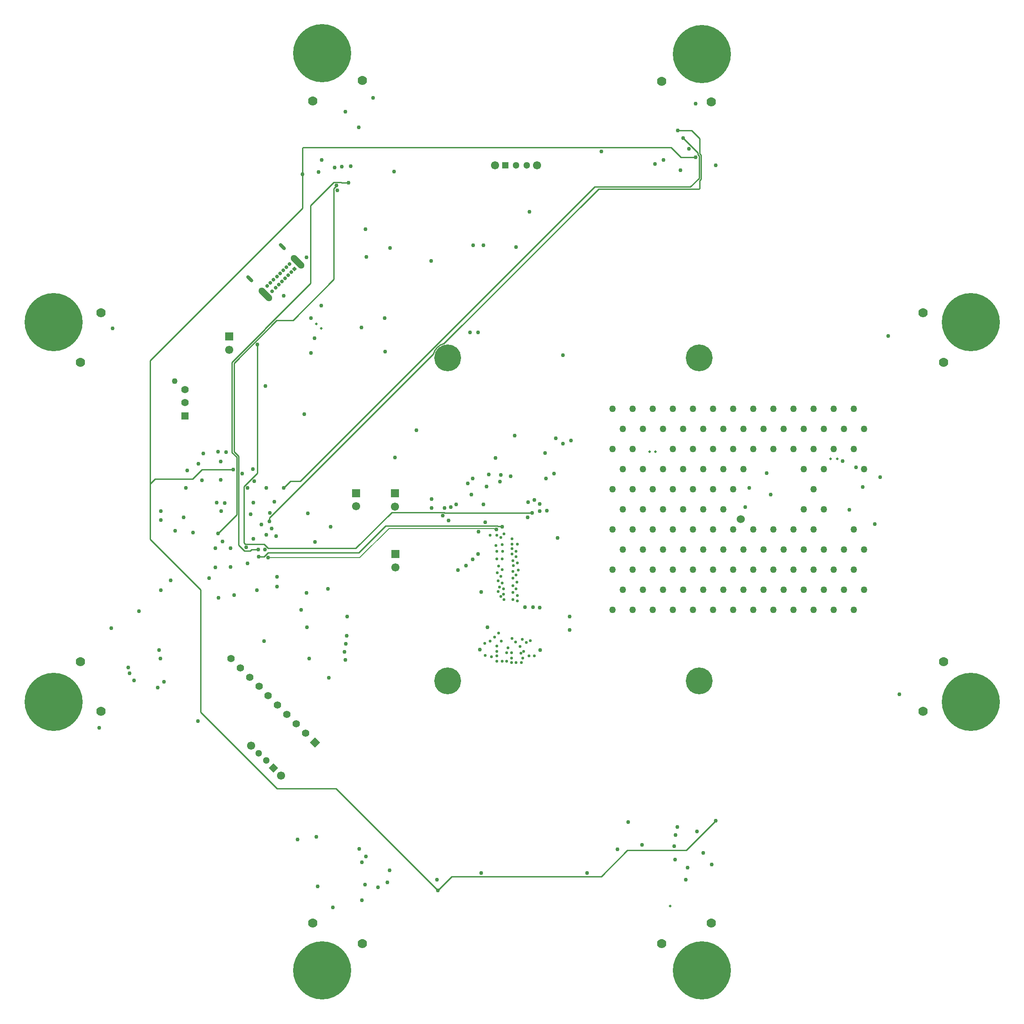
<source format=gbr>
G04*
G04 #@! TF.GenerationSoftware,Altium Limited,Altium Designer,25.8.1 (18)*
G04*
G04 Layer_Physical_Order=5*
G04 Layer_Color=16440176*
%FSLAX44Y44*%
%MOMM*%
G71*
G04*
G04 #@! TF.SameCoordinates,1712F0CB-3B61-41A3-BC14-C9FE2E182D8B*
G04*
G04*
G04 #@! TF.FilePolarity,Positive*
G04*
G01*
G75*
%ADD14C,0.1270*%
%ADD15C,0.2540*%
G04:AMPARAMS|DCode=117|XSize=1.3mm|YSize=3.2mm|CornerRadius=0.65mm|HoleSize=0mm|Usage=FLASHONLY|Rotation=225.000|XOffset=0mm|YOffset=0mm|HoleType=Round|Shape=RoundedRectangle|*
%AMROUNDEDRECTD117*
21,1,1.3000,1.9000,0,0,225.0*
21,1,0.0000,3.2000,0,0,225.0*
1,1,1.3000,-0.6718,0.6718*
1,1,1.3000,-0.6718,0.6718*
1,1,1.3000,0.6718,-0.6718*
1,1,1.3000,0.6718,-0.6718*
%
%ADD117ROUNDEDRECTD117*%
%ADD118C,0.7000*%
G04:AMPARAMS|DCode=119|XSize=0.7mm|YSize=1.6mm|CornerRadius=0.35mm|HoleSize=0mm|Usage=FLASHONLY|Rotation=225.000|XOffset=0mm|YOffset=0mm|HoleType=Round|Shape=RoundedRectangle|*
%AMROUNDEDRECTD119*
21,1,0.7000,0.9000,0,0,225.0*
21,1,0.0000,1.6000,0,0,225.0*
1,1,0.7000,-0.3182,0.3182*
1,1,0.7000,-0.3182,0.3182*
1,1,0.7000,0.3182,-0.3182*
1,1,0.7000,0.3182,-0.3182*
%
%ADD119ROUNDEDRECTD119*%
%ADD120P,0.9900X4X270.0*%
%ADD121C,1.5500*%
%ADD122C,1.3000*%
%ADD123R,1.4000X1.4000*%
%ADD124C,1.4000*%
%ADD125P,1.8385X4X180.0*%
%ADD127P,1.9799X4X360.0*%
%ADD128R,1.3000X1.3000*%
%ADD129R,1.5500X1.5500*%
%ADD130C,1.1000*%
%ADD141C,5.0800*%
%ADD142C,0.7620*%
%ADD143C,11.0000*%
%ADD144C,1.7780*%
%ADD145C,1.2700*%
%ADD146C,0.5080*%
%ADD147C,1.5240*%
%ADD148C,0.5334*%
D14*
X947837Y1640128D02*
X1147389D01*
X1149475Y1638042D02*
X1151193D01*
X1147389Y1640128D02*
X1149475Y1638042D01*
X718820Y1584960D02*
X892669D01*
X947837Y1640128D01*
D15*
X1051852Y1990382D02*
G03*
X1032218Y1970748I7328J-26962D01*
G01*
X1344930Y2283460D02*
X1535430D01*
X1051852Y1990382D02*
X1344930Y2283460D01*
X721360Y1659890D02*
X1032218Y1970748D01*
X721360Y1653540D02*
Y1659890D01*
X1337310Y2287270D02*
X1518920D01*
X760730Y1729740D02*
X779780D01*
X748030Y1717040D02*
X760730Y1729740D01*
X779780D02*
X1337310Y2287270D01*
X1154430Y1643785D02*
X1161645D01*
X1153165Y1645050D02*
X1154430Y1643785D01*
X941470Y1645050D02*
X1153165D01*
X1161645Y1643785D02*
X1162050Y1643380D01*
X1053530Y1669392D02*
X1218823D01*
X1219238Y1669806D01*
X623570Y1630680D02*
X659130Y1666240D01*
Y1775152D01*
X650240Y1784042D02*
X659130Y1775152D01*
X650240Y1784042D02*
Y1954928D01*
X712470Y2017158D01*
Y2018030D01*
X798875Y2104435D01*
Y2251755D01*
X843370Y2296250D01*
X857152D01*
X858513Y2294890D01*
X871220D01*
X593090Y1751330D02*
X652780D01*
X662940Y1609000D02*
X674280Y1597660D01*
X662940Y1609000D02*
Y1776730D01*
X495300Y1724660D02*
Y1958340D01*
X783590Y2246630D01*
X504190Y1733550D02*
X575310D01*
X593090Y1751330D01*
X495300Y1724660D02*
X504190Y1733550D01*
X654050Y1785620D02*
Y1953350D01*
Y1785620D02*
X662940Y1776730D01*
X654050Y1953350D02*
X735240Y2034540D01*
X765810D01*
X843280Y2112010D01*
Y2284294D01*
X687607Y1600200D02*
X699770D01*
X685068Y1597660D02*
X687607Y1600200D01*
X674280Y1597660D02*
X685068D01*
X843280Y2284294D02*
X848450Y2289465D01*
Y2289900D01*
X783590Y2246630D02*
Y2311400D01*
X1518920Y2287270D02*
X1535430Y2303780D01*
Y2345780D01*
X1532890Y2348320D02*
X1535430Y2345780D01*
X1532890Y2348320D02*
Y2352130D01*
X1505040Y2379980D02*
X1532890Y2352130D01*
X1504950Y2379980D02*
X1505040D01*
X1539240Y2302202D02*
Y2347358D01*
X1535430Y2283460D02*
X1536700Y2284730D01*
Y2299662D01*
X1539240Y2302202D01*
X1536700Y2349898D02*
X1539240Y2347358D01*
X1536700Y2349898D02*
Y2378710D01*
X1494835Y2393905D02*
Y2393950D01*
X1521460D01*
X1536700Y2378710D01*
X673100Y1719670D02*
X698500Y1745070D01*
Y1988820D01*
X673100Y1613118D02*
Y1719670D01*
Y1613118D02*
X675858Y1610360D01*
X711290D01*
X719128Y1602522D01*
X884972D01*
X953004Y1670554D01*
X1052369D01*
X1053530Y1669392D01*
X711110Y1586230D02*
X718730Y1593850D01*
X890270D01*
X941470Y1645050D01*
X701040Y1586230D02*
X711110D01*
X783590Y2311400D02*
Y2360712D01*
X785078Y2362200D01*
X1482090D01*
X1501140Y2343150D01*
X1529080D01*
X495300Y1619250D02*
Y1724660D01*
Y1619250D02*
X590550Y1524000D01*
Y1291590D02*
Y1524000D01*
Y1291590D02*
X735330Y1146810D01*
X847090D01*
X1040130Y953770D01*
X1066800Y980440D01*
X1350010D01*
X1399689Y1030119D01*
X1511449D01*
X1567180Y1085850D01*
D117*
X774850Y2145014D02*
D03*
X713756Y2083920D02*
D03*
D118*
X756854Y2119947D02*
D03*
X750844Y2113937D02*
D03*
X744833Y2107926D02*
D03*
X738823Y2101916D02*
D03*
X717256Y2099441D02*
D03*
X723266Y2105452D02*
D03*
X729277Y2111462D02*
D03*
X735287Y2117472D02*
D03*
X741298Y2123483D02*
D03*
X747308Y2129493D02*
D03*
X753318Y2135504D02*
D03*
X759329Y2141514D02*
D03*
X732812Y2095906D02*
D03*
X762864Y2125958D02*
D03*
X726802Y2089895D02*
D03*
D119*
X745505Y2174359D02*
D03*
X684411Y2113265D02*
D03*
D120*
X768875Y2131968D02*
D03*
D121*
X1228720Y2327910D02*
D03*
X1148720D02*
D03*
X645160Y1978660D02*
D03*
X743294Y1171866D02*
D03*
X686726Y1228434D02*
D03*
X885190Y1681880D02*
D03*
X959020Y1681680D02*
D03*
X960120Y1566310D02*
D03*
D122*
X1208720Y2327910D02*
D03*
X1188720D02*
D03*
X700868Y1214292D02*
D03*
X715010Y1200150D02*
D03*
D123*
X561510Y1853330D02*
D03*
D124*
X648416Y1393744D02*
D03*
X789838Y1252322D02*
D03*
X772160Y1270000D02*
D03*
X754482Y1287678D02*
D03*
X736805Y1305355D02*
D03*
X719127Y1323033D02*
D03*
X701449Y1340711D02*
D03*
X683772Y1358388D02*
D03*
X666094Y1376066D02*
D03*
X561510Y1903330D02*
D03*
Y1878330D02*
D03*
D125*
X729152Y1186008D02*
D03*
D127*
X807515Y1234645D02*
D03*
D128*
X1168720Y2327910D02*
D03*
D129*
X645160Y2003660D02*
D03*
X885190Y1706880D02*
D03*
X959020Y1706680D02*
D03*
X960120Y1591310D02*
D03*
D130*
X541510Y1919330D02*
D03*
D141*
X1535430Y1963420D02*
D03*
X1059180D02*
D03*
Y1351280D02*
D03*
X1535430D02*
D03*
D142*
X721950Y1669460D02*
D03*
X1893549Y2004714D02*
D03*
X1819910Y1675130D02*
D03*
X1807513Y1768143D02*
D03*
X1832610Y1755907D02*
D03*
X1529080Y2444750D02*
D03*
X1516380Y2359660D02*
D03*
X1845310Y1718310D02*
D03*
X1671320Y1704340D02*
D03*
X1664015Y1744665D02*
D03*
X1630680Y1717040D02*
D03*
X1350190Y2354580D02*
D03*
X1451610Y2330450D02*
D03*
X1277620Y1968500D02*
D03*
X1188720Y2172970D02*
D03*
X1260727Y1744260D02*
D03*
X1186180Y1816100D02*
D03*
X1623060Y1680210D02*
D03*
X1915160Y1325920D02*
D03*
X1543050Y1024890D02*
D03*
X1488440Y1037590D02*
D03*
X1400810Y1083310D02*
D03*
X1380708Y1032292D02*
D03*
X1510030Y974090D02*
D03*
X1247140Y1673860D02*
D03*
X1267460Y1621790D02*
D03*
X1290320Y1473200D02*
D03*
X1234440Y1409700D02*
D03*
X957580Y2316142D02*
D03*
X1027610Y2147390D02*
D03*
X949960Y2171700D02*
D03*
X865277Y2429917D02*
D03*
X905256Y2154936D02*
D03*
X1137420Y1742088D02*
D03*
X1116766Y2011680D02*
D03*
X1101090D02*
D03*
X999490Y1826260D02*
D03*
X1028700Y1695450D02*
D03*
X940240Y1975290D02*
D03*
X820420Y2338070D02*
D03*
X800100Y1972310D02*
D03*
X787400Y1856740D02*
D03*
X424180Y2019300D02*
D03*
X713740Y1910080D02*
D03*
X628650Y1766570D02*
D03*
X586740Y1762760D02*
D03*
X730250Y1690370D02*
D03*
X715010Y1717040D02*
D03*
X793750Y1668780D02*
D03*
X562610Y1717040D02*
D03*
X621030Y1689100D02*
D03*
X636270Y1688120D02*
D03*
X629920Y1672590D02*
D03*
X1117600Y1634413D02*
D03*
X1134319Y1452878D02*
D03*
X792480Y1452880D02*
D03*
X1120140Y1410480D02*
D03*
X948690Y991870D02*
D03*
X896990Y935620D02*
D03*
X863600Y1405890D02*
D03*
X796290Y1393190D02*
D03*
X734060Y1625600D02*
D03*
X542293Y1635760D02*
D03*
X576580Y1631950D02*
D03*
X690880Y1620520D02*
D03*
X647700Y1567180D02*
D03*
X618490Y1566101D02*
D03*
X774700Y1050290D02*
D03*
X711245Y1426165D02*
D03*
X697837Y1522730D02*
D03*
X515620D02*
D03*
X511804Y1409700D02*
D03*
X421788Y1451400D02*
D03*
X398428Y1262380D02*
D03*
X918063Y2456327D02*
D03*
X521771Y1349811D02*
D03*
X509821Y1338580D02*
D03*
X849630Y2280920D02*
D03*
X690880Y1689100D02*
D03*
X1427480Y1040130D02*
D03*
X1531620Y1065530D02*
D03*
X890270Y2400300D02*
D03*
X810260Y1055370D02*
D03*
X1038860Y974090D02*
D03*
X618490Y1602740D02*
D03*
X558800Y1661160D02*
D03*
X647700Y1602930D02*
D03*
X676910Y1604010D02*
D03*
X679450Y1717040D02*
D03*
X593090Y1731004D02*
D03*
X565150Y1750060D02*
D03*
X685800Y1666939D02*
D03*
X514350Y1393190D02*
D03*
X1107440Y2176780D02*
D03*
X1868170Y1648460D02*
D03*
X628650Y1732280D02*
D03*
X1126490Y2176780D02*
D03*
X959597Y1774190D02*
D03*
X1290320Y1447800D02*
D03*
X1245668Y1734596D02*
D03*
X1878330Y1737360D02*
D03*
X1132419Y1719353D02*
D03*
X1130427Y1652188D02*
D03*
X533865Y1541315D02*
D03*
X814070Y2315210D02*
D03*
X1028700Y1678940D02*
D03*
X1210984Y1661160D02*
D03*
X1567180Y2328360D02*
D03*
X836930Y1643380D02*
D03*
X807720Y1614170D02*
D03*
X1162050Y1643380D02*
D03*
X1151193Y1638042D02*
D03*
X1233170Y1686560D02*
D03*
X1223010Y1694550D02*
D03*
X1219238Y1669806D02*
D03*
X1211624Y1690052D02*
D03*
X1052830Y1678940D02*
D03*
X1126523Y1685313D02*
D03*
X1097503Y1725457D02*
D03*
X1106170Y1734820D02*
D03*
X1149418Y1774121D02*
D03*
X652780Y1751330D02*
D03*
X669290Y1743710D02*
D03*
X871220Y2294890D02*
D03*
X848450Y2289900D02*
D03*
X1504950Y2379980D02*
D03*
X1494835Y2393905D02*
D03*
X903785Y1018540D02*
D03*
X896620Y1007110D02*
D03*
X473710Y1483360D02*
D03*
X453390Y1376680D02*
D03*
X632460Y1615440D02*
D03*
X455930Y1365250D02*
D03*
X654050Y1513840D02*
D03*
X465099Y1352271D02*
D03*
X939800Y2038805D02*
D03*
X902970Y2207260D02*
D03*
X800100Y2038350D02*
D03*
X806450Y2000250D02*
D03*
X748030Y2080688D02*
D03*
X698500Y1988820D02*
D03*
X692150Y1729740D02*
D03*
X689610Y1752600D02*
D03*
X725170Y1639570D02*
D03*
X712470Y1600200D02*
D03*
X718820Y1584960D02*
D03*
X1233170Y1673370D02*
D03*
X1074918Y1685372D02*
D03*
X1040130Y953770D02*
D03*
X1567180Y1085850D02*
D03*
X1529080Y2343150D02*
D03*
X783590Y2311400D02*
D03*
X1499870Y2319020D02*
D03*
X1214120Y2240280D02*
D03*
X858520Y2325370D02*
D03*
X515620Y1656080D02*
D03*
X624840Y1508760D02*
D03*
X515620Y1672590D02*
D03*
X891540Y1032510D02*
D03*
X1122680Y986790D02*
D03*
X844550Y2324100D02*
D03*
X1468120Y2338070D02*
D03*
X1323340Y986790D02*
D03*
X927100Y960120D02*
D03*
X902598Y964828D02*
D03*
X1494590Y1074243D02*
D03*
X1490948Y1059180D02*
D03*
X1103984Y1704354D02*
D03*
X1064988Y1680370D02*
D03*
X1060414Y1654809D02*
D03*
X1049739Y1664204D02*
D03*
X1122874Y1519723D02*
D03*
X1078230Y1560830D02*
D03*
X1093470Y1569904D02*
D03*
X1106170Y1581150D02*
D03*
X1117007Y1591673D02*
D03*
X1178560Y1738996D02*
D03*
X1243330Y1783080D02*
D03*
X1220470Y1490980D02*
D03*
X1205859Y1490758D02*
D03*
X1292860Y1807120D02*
D03*
X1277438Y1800677D02*
D03*
X1263650Y1811020D02*
D03*
X1158240Y1728470D02*
D03*
X1159510Y1741170D02*
D03*
X1233126Y1490218D02*
D03*
X841912Y922118D02*
D03*
X868680Y1473200D02*
D03*
X781050Y1485900D02*
D03*
X833959Y1357199D02*
D03*
X831850Y1525270D02*
D03*
X791210Y1517650D02*
D03*
X864870Y1390650D02*
D03*
X866140Y1421130D02*
D03*
X867410Y1436370D02*
D03*
X585470Y1275080D02*
D03*
X748030Y1717040D02*
D03*
X735330Y1548130D02*
D03*
X735926Y1529676D02*
D03*
X679495Y1573575D02*
D03*
X638810Y1784350D02*
D03*
X623570Y1785620D02*
D03*
X895350Y2020570D02*
D03*
X819150Y2062480D02*
D03*
X791210Y2153920D02*
D03*
X607060Y1545590D02*
D03*
X721360Y1653540D02*
D03*
X706120Y1647825D02*
D03*
X595630Y1781810D02*
D03*
X715010Y1628140D02*
D03*
X701040Y1586230D02*
D03*
X699770Y1600200D02*
D03*
X623570Y1630680D02*
D03*
X812800Y961390D02*
D03*
X944880Y969010D02*
D03*
X875030Y2326640D02*
D03*
X1559560Y1003300D02*
D03*
X1513840Y997536D02*
D03*
X1490149Y1012386D02*
D03*
D143*
X821100Y2540437D02*
D03*
X311983Y2031320D02*
D03*
X2050217D02*
D03*
Y1311320D02*
D03*
X1540510Y2538730D02*
D03*
X311983Y1311320D02*
D03*
X821100Y802203D02*
D03*
X1541100D02*
D03*
D144*
X897194Y2489478D02*
D03*
X803327Y2450597D02*
D03*
X362942Y1955226D02*
D03*
X401823Y2049093D02*
D03*
X1999258Y1955226D02*
D03*
X1960377Y2049093D02*
D03*
X1999258Y1387414D02*
D03*
X1960377Y1293547D02*
D03*
X1464417Y2487771D02*
D03*
X1558283Y2448890D02*
D03*
X401823Y1293547D02*
D03*
X362942Y1387414D02*
D03*
X803327Y892043D02*
D03*
X897194Y853162D02*
D03*
X1558873Y892043D02*
D03*
X1465006Y853162D02*
D03*
D145*
X1733550Y1752600D02*
D03*
Y1676400D02*
D03*
X1828800Y1866900D02*
D03*
X1847850Y1828800D02*
D03*
X1809750D02*
D03*
X1790700Y1790700D02*
D03*
X1752600Y1866900D02*
D03*
X1790700D02*
D03*
X1714500D02*
D03*
X1695450Y1828800D02*
D03*
X1771650D02*
D03*
X1752600Y1790700D02*
D03*
X1733550Y1828800D02*
D03*
X1714500Y1790700D02*
D03*
X1828800D02*
D03*
X1847850Y1752600D02*
D03*
X1771650D02*
D03*
X1600200Y1866900D02*
D03*
X1638300D02*
D03*
X1524000D02*
D03*
X1562100D02*
D03*
X1485900D02*
D03*
X1676400D02*
D03*
X1657350Y1828800D02*
D03*
X1619250D02*
D03*
X1600200Y1790700D02*
D03*
X1638300D02*
D03*
X1676400D02*
D03*
X1581150Y1752600D02*
D03*
X1619250D02*
D03*
X1543050Y1828800D02*
D03*
X1581150D02*
D03*
X1504950D02*
D03*
X1524000Y1790700D02*
D03*
X1562100D02*
D03*
X1543050Y1752600D02*
D03*
X1504950D02*
D03*
X1752600Y1714500D02*
D03*
X1562100D02*
D03*
X1485900D02*
D03*
X1524000D02*
D03*
X1600200D02*
D03*
X1447800Y1866900D02*
D03*
X1409700D02*
D03*
X1466850Y1828800D02*
D03*
X1485900Y1790700D02*
D03*
X1428750Y1828800D02*
D03*
X1409700Y1790700D02*
D03*
X1390650Y1752600D02*
D03*
X1428750D02*
D03*
X1390650Y1828800D02*
D03*
X1371600Y1790700D02*
D03*
Y1866900D02*
D03*
X1466850Y1752600D02*
D03*
X1409700Y1714500D02*
D03*
X1447800D02*
D03*
X1371600D02*
D03*
X1771650Y1676400D02*
D03*
X1714500Y1638300D02*
D03*
X1676400D02*
D03*
X1828800D02*
D03*
X1847850Y1600200D02*
D03*
X1771650D02*
D03*
X1809750D02*
D03*
X1828800Y1562100D02*
D03*
X1847850Y1524000D02*
D03*
X1752600Y1562100D02*
D03*
X1790700D02*
D03*
X1752600Y1638300D02*
D03*
X1733550Y1600200D02*
D03*
X1657350D02*
D03*
X1695450D02*
D03*
X1714500Y1562100D02*
D03*
X1695450Y1524000D02*
D03*
X1676400Y1562100D02*
D03*
X1543050Y1676400D02*
D03*
X1581150D02*
D03*
X1600200Y1638300D02*
D03*
X1638300D02*
D03*
X1524000D02*
D03*
X1562100D02*
D03*
X1466850Y1676400D02*
D03*
X1504950D02*
D03*
X1390650D02*
D03*
X1428750D02*
D03*
X1447800Y1638300D02*
D03*
X1485900D02*
D03*
X1409700D02*
D03*
X1390650Y1600200D02*
D03*
X1581150D02*
D03*
X1619250D02*
D03*
X1543050D02*
D03*
X1600200Y1562100D02*
D03*
X1638300D02*
D03*
X1524000D02*
D03*
X1562100D02*
D03*
X1466850Y1600200D02*
D03*
X1504950D02*
D03*
X1428750D02*
D03*
X1409700Y1562100D02*
D03*
X1447800D02*
D03*
X1485900D02*
D03*
X1390650Y1524000D02*
D03*
X1771650D02*
D03*
X1809750D02*
D03*
X1733550D02*
D03*
X1676400Y1485900D02*
D03*
X1790700D02*
D03*
X1828800D02*
D03*
X1714500D02*
D03*
X1752600D02*
D03*
X1619250Y1524000D02*
D03*
X1657350D02*
D03*
X1543050D02*
D03*
X1581150D02*
D03*
X1600200Y1485900D02*
D03*
X1638300D02*
D03*
X1524000D02*
D03*
X1562100D02*
D03*
X1466850Y1524000D02*
D03*
X1504950D02*
D03*
X1428750D02*
D03*
X1447800Y1485900D02*
D03*
X1485900D02*
D03*
X1409700D02*
D03*
X1371600Y1638300D02*
D03*
Y1562100D02*
D03*
Y1485900D02*
D03*
D146*
X1797050Y1771650D02*
D03*
X1784350D02*
D03*
X1441450Y1785620D02*
D03*
X1452880D02*
D03*
X1480820Y924560D02*
D03*
X819150Y2019300D02*
D03*
X810465Y2027985D02*
D03*
D147*
X1614170Y1657350D02*
D03*
D148*
X1191260Y1610360D02*
D03*
X1181100Y1620520D02*
D03*
Y1610360D02*
D03*
X1188720Y1596390D02*
D03*
X1181100Y1591310D02*
D03*
Y1601470D02*
D03*
X1192530Y1560830D02*
D03*
X1200150Y1430020D02*
D03*
X1215390Y1427480D02*
D03*
X1223010Y1398270D02*
D03*
X1207770Y1423670D02*
D03*
X1202690Y1407160D02*
D03*
X1196340Y1416050D02*
D03*
X1197610Y1403350D02*
D03*
X1212850Y1398270D02*
D03*
X1201420Y1394460D02*
D03*
X1198880Y1385570D02*
D03*
X1191260Y1574800D02*
D03*
X1188720Y1551940D02*
D03*
Y1586230D02*
D03*
X1183640Y1569720D02*
D03*
X1191260Y1512570D02*
D03*
Y1502410D02*
D03*
X1189990Y1537970D02*
D03*
X1188720Y1525270D02*
D03*
X1182370Y1545590D02*
D03*
Y1531620D02*
D03*
Y1578610D02*
D03*
Y1558290D02*
D03*
Y1518920D02*
D03*
Y1504950D02*
D03*
X1165860D02*
D03*
X1181100Y1431290D02*
D03*
X1187450Y1424940D02*
D03*
X1173480Y1413510D02*
D03*
X1179830Y1404620D02*
D03*
Y1385570D02*
D03*
X1188720D02*
D03*
X1179830Y1394460D02*
D03*
X1170940Y1388110D02*
D03*
Y1404620D02*
D03*
X1165860Y1629410D02*
D03*
X1163320Y1596390D02*
D03*
X1159510Y1623060D02*
D03*
X1162050Y1609090D02*
D03*
Y1582420D02*
D03*
Y1562100D02*
D03*
X1155700Y1568450D02*
D03*
X1153160Y1555750D02*
D03*
X1151890Y1626870D02*
D03*
X1150620Y1607820D02*
D03*
X1151890Y1596390D02*
D03*
Y1582420D02*
D03*
X1162050Y1536700D02*
D03*
X1164590Y1525270D02*
D03*
X1159510Y1549400D02*
D03*
X1156970Y1529080D02*
D03*
X1164590Y1515110D02*
D03*
X1159510Y1511300D02*
D03*
X1160780Y1426210D02*
D03*
X1154430Y1540510D02*
D03*
Y1520190D02*
D03*
X1155700Y1441450D02*
D03*
X1151890Y1417320D02*
D03*
X1148080Y1433830D02*
D03*
X1139190Y1626870D02*
D03*
Y1426210D02*
D03*
X1129030Y1422400D02*
D03*
X1151890Y1407160D02*
D03*
Y1398270D02*
D03*
X1130300Y1399540D02*
D03*
X1151890Y1388110D02*
D03*
X1162050D02*
D03*
X1141730Y1397000D02*
D03*
M02*

</source>
